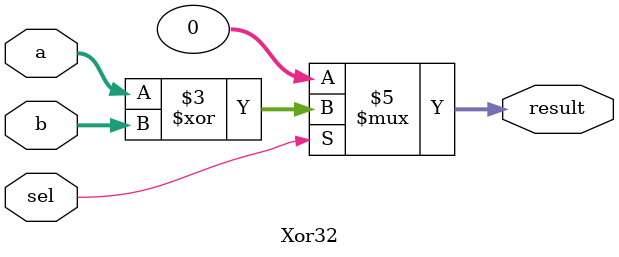
<source format=v>
`timescale 1ns / 1ps

module Xor32(input[31:0] a, b, input sel, output reg [31:0] result);
always @ (*)
    if(sel == 1) result = a ^ b;
    else result = 32'b0;
endmodule

</source>
